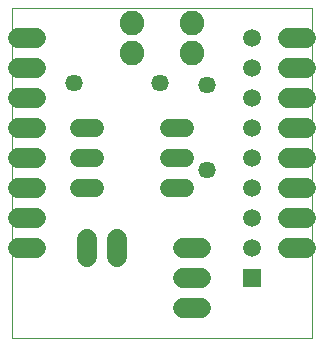
<source format=gbs>
G04 EAGLE Gerber RS-274X export*
G75*
%MOMM*%
%FSLAX34Y34*%
%LPD*%
%INSolder Mask bottom*%
%IPPOS*%
%AMOC8*
5,1,8,0,0,1.08239X$1,22.5*%
G01*
%ADD10C,0.000000*%
%ADD11C,2.082800*%
%ADD12C,1.727200*%
%ADD13C,1.463200*%
%ADD14R,1.511200X1.511200*%
%ADD15C,1.511200*%
%ADD16C,1.524000*%


D10*
X0Y0D02*
X0Y279400D01*
X254000Y279400D01*
X254000Y0D01*
X0Y0D01*
D11*
X101600Y266700D03*
X101600Y241300D03*
X152400Y266700D03*
X152400Y241300D03*
D12*
X20320Y254000D02*
X5080Y254000D01*
X5080Y228600D02*
X20320Y228600D01*
X20320Y203200D02*
X5080Y203200D01*
X5080Y177800D02*
X20320Y177800D01*
X20320Y152400D02*
X5080Y152400D01*
X5080Y127000D02*
X20320Y127000D01*
X20320Y101600D02*
X5080Y101600D01*
X5080Y76200D02*
X20320Y76200D01*
X233680Y254000D02*
X248920Y254000D01*
X248920Y228600D02*
X233680Y228600D01*
X233680Y203200D02*
X248920Y203200D01*
X248920Y177800D02*
X233680Y177800D01*
X233680Y152400D02*
X248920Y152400D01*
X248920Y127000D02*
X233680Y127000D01*
X233680Y101600D02*
X248920Y101600D01*
X248920Y76200D02*
X233680Y76200D01*
X160020Y25400D02*
X144780Y25400D01*
X144780Y50800D02*
X160020Y50800D01*
X160020Y76200D02*
X144780Y76200D01*
X63500Y68580D02*
X63500Y83820D01*
X88900Y83820D02*
X88900Y68580D01*
D13*
X165100Y141600D03*
X165100Y214000D03*
X52700Y215900D03*
X125100Y215900D03*
D14*
X203200Y50800D03*
D15*
X203200Y76200D03*
X203200Y101600D03*
X203200Y127000D03*
X203200Y152400D03*
X203200Y177800D03*
X203200Y203200D03*
X203200Y228600D03*
X203200Y254000D03*
D16*
X146304Y127000D02*
X133096Y127000D01*
X133096Y152400D02*
X146304Y152400D01*
X146304Y177800D02*
X133096Y177800D01*
X70104Y177800D02*
X56896Y177800D01*
X56896Y127000D02*
X70104Y127000D01*
X70104Y152400D02*
X56896Y152400D01*
M02*

</source>
